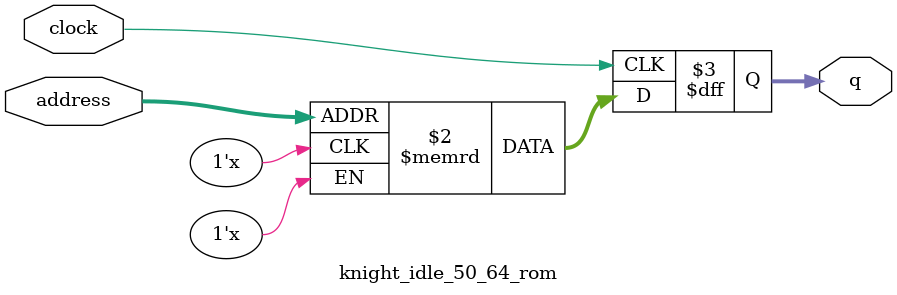
<source format=sv>
module knight_idle_50_64_rom (
	input logic clock,
	input logic [11:0] address,
	output logic [2:0] q
);

logic [2:0] memory [0:3199] /* synthesis ram_init_file = "./knight_idle_50_64/knight_idle_50_64.mif" */;

always_ff @ (posedge clock) begin
	q <= memory[address];
end

endmodule

</source>
